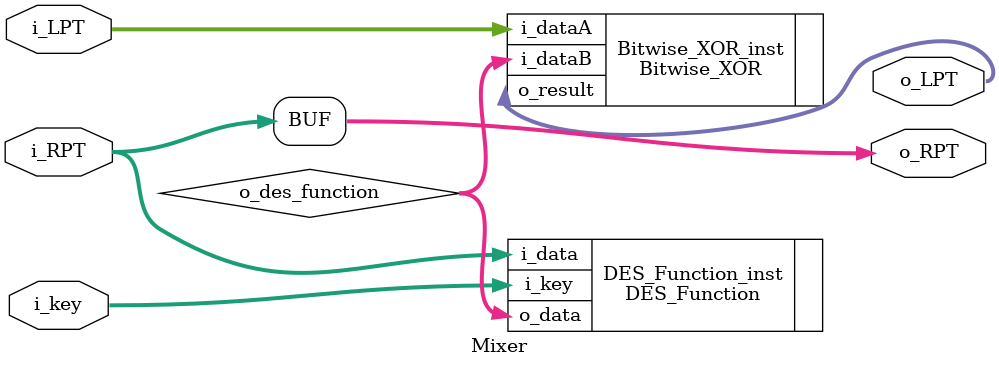
<source format=v>


module Mixer(
   input [31:0] i_RPT,
	input [31:0] i_LPT,
	input [47:0] i_key,
   output [31:0] o_RPT,
	output [31:0] o_LPT
	);

	wire [31:0] o_des_function;

	assign o_RPT = i_RPT;

	
	DES_Function DES_Function_inst
	(
		.i_data(i_RPT) ,	// input [31:0] i_data_sig
		.i_key(i_key) ,	// input [47:0] i_key_sig
		.o_data(o_des_function) 	// output [31:0] o_data_sig
	);


	Bitwise_XOR Bitwise_XOR_inst
	(
		.i_dataA(i_LPT) ,	// input [DATA_WIDTH:0] i_dataA_sig
		.i_dataB(o_des_function) ,	// input [DATA_WIDTH:0] i_dataB_sig
		.o_result(o_LPT) 	// output [DATA_WIDTH:0] o_result_sig
	);

	defparam Bitwise_XOR_inst.DATA_WIDTH = 32;

endmodule

</source>
